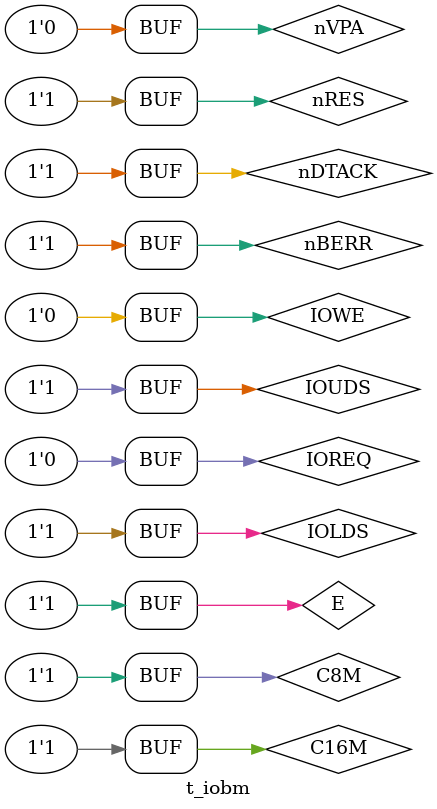
<source format=v>
`timescale 1ns / 1ps


module t_iobm;

	// Inputs
	reg C16M;
	reg C8M;
	reg E;
	reg nDTACK;
	reg nVPA;
	reg nBERR;
	reg nRES;
	reg IOREQ;
	reg IOLDS;
	reg IOUDS;
	reg IOWE;

	// Outputs
	wire nAS;
	wire nLDS;
	wire nUDS;
	wire nVMA;
	wire nAoutOE;
	wire nDoutOE;
	wire ALE0;
	wire nDinLE;
	wire IOACT;
	wire IOBERR;

	// Instantiate the Unit Under Test (UUT)
	IOBM uut (
		.C16M(C16M), 
		.C8M(C8M), 
		.E(E), 
		.nAS(nAS), 
		.nLDS(nLDS), 
		.nUDS(nUDS), 
		.nVMA(nVMA), 
		.nDTACK(nDTACK), 
		.nVPA(nVPA), 
		.nBERR(nBERR), 
		.nRES(nRES), 
		.nAoutOE(nAoutOE), 
		.nDoutOE(nDoutOE), 
		.ALE0(ALE0), 
		.nDinLE(nDinLE), 
		.IOACT(IOACT), 
		.IOBERR(IOBERR), 
		.IOREQ(IOREQ), 
		.IOLDS(IOLDS), 
		.IOUDS(IOUDS), 
		.IOWE(IOWE)
	);

	initial begin
		C16M = 0; #30; C16M = 1; #30;	C16M = 0; #30; C16M = 1; #30;
		C16M = 0; #30; C16M = 1; #30;	C16M = 0; #30; C16M = 1; #30;
		C16M = 0; #30; C16M = 1; #30;	C16M = 0; #30; C16M = 1; #30;
		C16M = 0; #30; C16M = 1; #30;	C16M = 0; #30; C16M = 1; #30;
		C16M = 0; #30; C16M = 1; #30;	C16M = 0; #30; C16M = 1; #30;
		C16M = 0; #30; C16M = 1; #30;	C16M = 0; #30; C16M = 1; #30;
		C16M = 0; #30; C16M = 1; #30;	C16M = 0; #30; C16M = 1; #30;
		C16M = 0; #30; C16M = 1; #30;	C16M = 0; #30; C16M = 1; #30;
		C16M = 0; #30; C16M = 1; #30;	C16M = 0; #30; C16M = 1; #30;
		C16M = 0; #30; C16M = 1; #30;	C16M = 0; #30; C16M = 1; #30;
		C16M = 0; #30; C16M = 1; #30;	C16M = 0; #30; C16M = 1; #30;
		C16M = 0; #30; C16M = 1; #30;	C16M = 0; #30; C16M = 1; #30;
		C16M = 0; #30; C16M = 1; #30;	C16M = 0; #30; C16M = 1; #30;
		C16M = 0; #30; C16M = 1; #30;	C16M = 0; #30; C16M = 1; #30;
		C16M = 0; #30; C16M = 1; #30;	C16M = 0; #30; C16M = 1; #30;
		C16M = 0; #30; C16M = 1; #30;	C16M = 0; #30; C16M = 1; #30;
		C16M = 0; #30; C16M = 1; #30;	C16M = 0; #30; C16M = 1; #30;
		C16M = 0; #30; C16M = 1; #30;	C16M = 0; #30; C16M = 1; #30;
		C16M = 0; #30; C16M = 1; #30;	C16M = 0; #30; C16M = 1; #30;
		C16M = 0; #30; C16M = 1; #30;	C16M = 0; #30; C16M = 1; #30;
		C16M = 0; #30; C16M = 1; #30;	C16M = 0; #30; C16M = 1; #30;
		C16M = 0; #30; C16M = 1; #30;	C16M = 0; #30; C16M = 1; #30;
		C16M = 0; #30; C16M = 1; #30;	C16M = 0; #30; C16M = 1; #30;
		C16M = 0; #30; C16M = 1; #30;	C16M = 0; #30; C16M = 1; #30;
		C16M = 0; #30; C16M = 1; #30;	C16M = 0; #30; C16M = 1; #30;
		C16M = 0; #30; C16M = 1; #30;	C16M = 0; #30; C16M = 1; #30;
		C16M = 0; #30; C16M = 1; #30;	C16M = 0; #30; C16M = 1; #30;
		C16M = 0; #30; C16M = 1; #30;	C16M = 0; #30; C16M = 1; #30;
		C16M = 0; #30; C16M = 1; #30;	C16M = 0; #30; C16M = 1; #30;
		C16M = 0; #30; C16M = 1; #30;	C16M = 0; #30; C16M = 1; #30;
		C16M = 0; #30; C16M = 1; #30;	C16M = 0; #30; C16M = 1; #30;
		C16M = 0; #30; C16M = 1; #30;	C16M = 0; #30; C16M = 1; #30;
		C16M = 0; #30; C16M = 1; #30;	C16M = 0; #30; C16M = 1; #30;
		C16M = 0; #30; C16M = 1; #30;	C16M = 0; #30; C16M = 1; #30;
		C16M = 0; #30; C16M = 1; #30;	C16M = 0; #30; C16M = 1; #30;
		C16M = 0; #30; C16M = 1; #30;	C16M = 0; #30; C16M = 1; #30;
		C16M = 0; #30; C16M = 1; #30;	C16M = 0; #30; C16M = 1; #30;
		C16M = 0; #30; C16M = 1; #30;	C16M = 0; #30; C16M = 1; #30;
		C16M = 0; #30; C16M = 1; #30;	C16M = 0; #30; C16M = 1; #30;
		C16M = 0; #30; C16M = 1; #30;	C16M = 0; #30; C16M = 1; #30;
		C16M = 0; #30; C16M = 1; #30;	C16M = 0; #30; C16M = 1; #30;
		C16M = 0; #30; C16M = 1; #30;	C16M = 0; #30; C16M = 1; #30;
		C16M = 0; #30; C16M = 1; #30;	C16M = 0; #30; C16M = 1; #30;
		C16M = 0; #30; C16M = 1; #30;	C16M = 0; #30; C16M = 1; #30;
		C16M = 0; #30; C16M = 1; #30;	C16M = 0; #30; C16M = 1; #30;
		C16M = 0; #30; C16M = 1; #30;	C16M = 0; #30; C16M = 1; #30;
	end

	initial begin
		C8M = 0; #50; C8M = 1; #60; C8M = 0; #60; C8M = 1; #60;
		C8M = 0; #60; C8M = 1; #60; C8M = 0; #60; C8M = 1; #60;
		C8M = 0; #60; C8M = 1; #60; C8M = 0; #60; C8M = 1; #60;
		C8M = 0; #60; C8M = 1; #60; C8M = 0; #60; C8M = 1; #60;
		C8M = 0; #60; C8M = 1; #60; C8M = 0; #60; C8M = 1; #60;
		C8M = 0; #60; C8M = 1; #60; C8M = 0; #60; C8M = 1; #60;
		C8M = 0; #60; C8M = 1; #60; C8M = 0; #60; C8M = 1; #60;
		C8M = 0; #60; C8M = 1; #60; C8M = 0; #60; C8M = 1; #60;
		C8M = 0; #60; C8M = 1; #60; C8M = 0; #60; C8M = 1; #60;
		C8M = 0; #60; C8M = 1; #60; C8M = 0; #60; C8M = 1; #60;
		C8M = 0; #60; C8M = 1; #60; C8M = 0; #60; C8M = 1; #60;
		C8M = 0; #60; C8M = 1; #60; C8M = 0; #60; C8M = 1; #60;
		C8M = 0; #60; C8M = 1; #60; C8M = 0; #60; C8M = 1; #60;
		C8M = 0; #60; C8M = 1; #60; C8M = 0; #60; C8M = 1; #60;
		C8M = 0; #60; C8M = 1; #60; C8M = 0; #60; C8M = 1; #60;
	end

	initial begin
		E = 0; #130; E = 1; #480; E = 0; #720; E = 1; #480;
		E = 0; #720; E = 1; #480; E = 0; #720; E = 1; #480;
		E = 0; #720; E = 1; #480; E = 0; #720; E = 1; #480;
		E = 0; #720; E = 1; #480; E = 0; #720; E = 1; #480;
	end

	initial begin
		nRES = 1;
		nBERR = 1;
		nDTACK = 1;
		nVPA = 1;
		
		#320;
		nDTACK = 0;
		#300;
		nDTACK = 1;
		
		#180;
		nDTACK = 0;
		#300;
		nDTACK = 1;
		
		#180;
		nBERR = 0;
		#300;
		nBERR = 1;
		
		#180;
		nVPA = 0;
		#1200;
		nBERR = 1;
		
		#220;
		nRES = 0;
		#300;
		nRES = 1;
	end

	initial begin
		IOREQ = 0;
		IOLDS = 0;
		IOUDS = 0;
		IOWE = 0;
		#195;
		
		IOREQ = 1;
		IOWE = 0;
		#40;
		IOLDS = 1;
		IOUDS = 1;
		#200;
		IOREQ = 0;	
		#240;
		
		IOREQ = 1;
		IOWE = 1;
		#40;
		IOLDS = 1;
		IOUDS = 1;
		#200;
		IOREQ = 0;	
		#240;
		
		IOREQ = 1;
		IOWE = 0;
		#40;
		IOLDS = 1;
		IOUDS = 1;
		#200;
		IOREQ = 0;	
		#240;
		
		IOREQ = 1;
		IOWE = 0;
		#40;
		IOLDS = 1;
		IOUDS = 1;
		#200;
		IOREQ = 0;	
		#240;
		
		
		IOREQ = 1;
		IOWE = 0;
		#40;
		IOLDS = 1;
		IOUDS = 1;
		#1300;
		IOREQ = 0;	
		#240;
	end
      
endmodule


</source>
